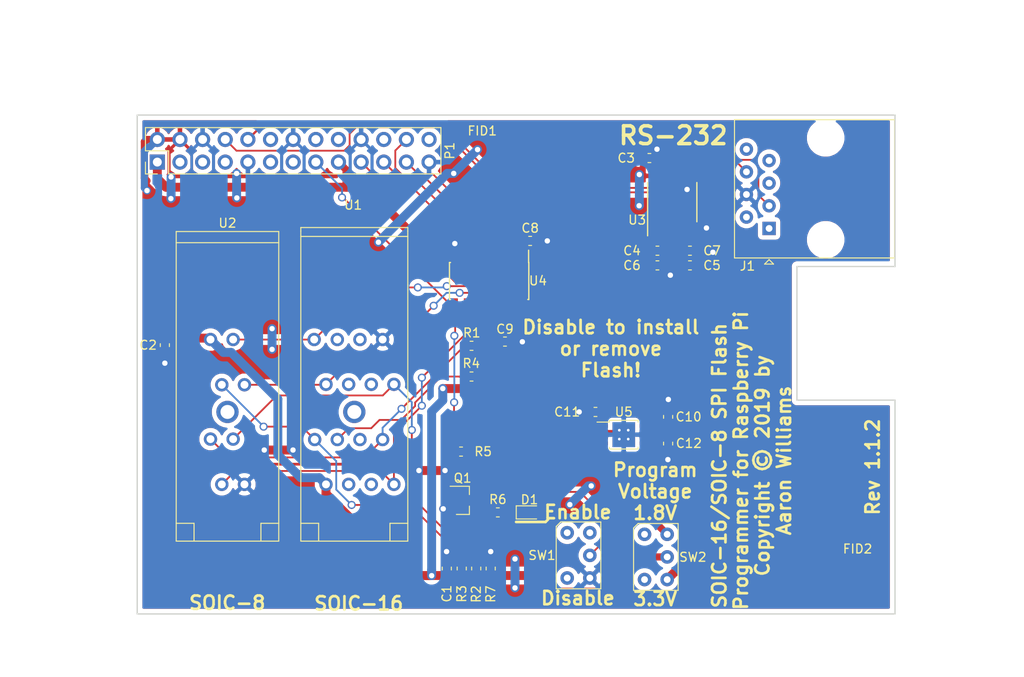
<source format=kicad_pcb>
(kicad_pcb (version 20171130) (host pcbnew 5.0.2-5.0.2)
  (title_block (title "Raspberry Pi SOIC-16 SPI Flash Programmer") (date 2019-01-25) (rev 1.1.2))
  (layers (0 F.Cu signal) (31 B.Cu signal) (35 F.Paste user) (36 B.SilkS user) (37 F.SilkS user) (38 B.Mask user) (39 F.Mask user) (44 Edge.Cuts user))
  (net 0 "")
  (net 1 +5V)
  (net 2 GND)
  (net 3 +3V3)
  (net 4 "/GPIO0(SDA)")
  (net 5 "/GPIO1(SCL)")
  (net 6 /GPIO4)
  (net 7 /TXD)
  (net 8 /RXD)
  (net 9 /GPIO17)
  (net 10 /GPIO18)
  (net 11 /GPIO21)
  (net 12 /GPIO22)
  (net 13 /GPIO23)
  (net 14 /GPIO24)
  (net 15 "/GPIO10(MOSI)")
  (net 16 "/GPIO9(MISO)")
  (net 17 /GPIO25)
  (net 18 "/GPIO11(SCLK)")
  (net 19 "/GPIO7(CE1)")
  (net 20 /FL_CS0)
  (net 21 "Net-(R2-Pad2)")
  (net 22 "Net-(R3-Pad2)")
  (net 23 "Net-(R4-Pad2)")
  (net 24 "Net-(U1-Pad4)")
  (net 25 "Net-(U1-Pad5)")
  (net 26 "Net-(U1-Pad6)")
  (net 27 "Net-(U1-Pad11)")
  (net 28 "Net-(U1-Pad12)")
  (net 29 "Net-(U1-Pad13)")
  (net 30 "Net-(U1-Pad14)")
  (net 31 "Net-(C4-Pad1)")
  (net 32 "Net-(C4-Pad2)")
  (net 33 "Net-(C5-Pad2)")
  (net 34 "Net-(C5-Pad1)")
  (net 35 "Net-(C6-Pad1)")
  (net 36 "Net-(C7-Pad1)")
  (net 37 "Net-(J1-Pad1)")
  (net 38 "Net-(J1-Pad2)")
  (net 39 "Net-(J1-Pad3)")
  (net 40 "Net-(J1-Pad5)")
  (net 41 "Net-(J1-Pad6)")
  (net 42 "Net-(J1-Pad7)")
  (net 43 "Net-(J1-Pad8)")
  (net 44 "Net-(U3-Pad7)")
  (net 45 "Net-(U3-Pad9)")
  (net 46 VPP)
  (net 47 +1V8)
  (net 48 /SCLK)
  (net 49 /MOSI)
  (net 50 /MISO)
  (net 51 "/GPIO8(CE0)")
  (net 52 "Net-(U4-Pad6)")
  (net 53 "Net-(U4-Pad9)")
  (net 54 "Net-(SW1-Pad1)")
  (net 55 "Net-(D1-Pad1)")
  (net 56 +3.3VP)
  (net 57 "Net-(U5-Pad3)")
  (net 58 "Net-(U5-Pad6)")
  (net 59 "Net-(Q1-Pad3)")
  (module Fiducial:Fiducial_Modern_CopperTop (layer F.Cu) (at 224.3 177.2)
    (fp_text reference FID2 (at 0 -3.5) (layer F.SilkS))
    (fp_text value FIDUCIAL_1MM)
    (fp_circle (center 0 0) (end 1.665 0) (layer F.Cu) (width 0.65))
  )
  (module Fiducial:Fiducial_Modern_CopperTop (layer F.Cu) (at 186.275 128.6)
    (fp_text reference FID1 (at -4.075 -1.825) (layer F.SilkS))
    (fp_text value FIDUCIAL_1MM)
    (fp_circle (center 0 0) (end 1.665 0) (layer F.Cu) (width 0.65))
  )
  (module Aaron:216-7224-55-1902 (layer F.Cu) (at 167.85 158.325 270)
    (fp_text reference U1 (at -23.225 0.125) (layer F.SilkS))
    (fp_text value MX25L25735)
    (pad 0 thru_hole circle (at 0 0 270) (size 2.5 2.5) (drill 1.57) (layers *.Cu *.Mask))
    (pad 1 thru_hole circle (at 3.1 4.445 270) (size 1.5 1.5) (drill 0.89) (layers *.Cu *.Mask) (net 22 "Net-(R3-Pad2)"))
    (pad 2 thru_hole circle (at 8.13 3.175 270) (size 1.5 1.5) (drill 0.89) (layers *.Cu *.Mask) (net 46 VPP))
    (pad 3 thru_hole circle (at 3.1 1.905 270) (size 1.5 1.5) (drill 0.89) (layers *.Cu *.Mask) (net 23 "Net-(R4-Pad2)"))
    (pad 4 thru_hole circle (at 8.13 0.635 270) (size 1.5 1.5) (drill 0.89) (layers *.Cu *.Mask) (net 24 "Net-(U1-Pad4)"))
    (pad 5 thru_hole circle (at 3.1 -0.635 270) (size 1.5 1.5) (drill 0.89) (layers *.Cu *.Mask) (net 25 "Net-(U1-Pad5)"))
    (pad 6 thru_hole circle (at 8.13 -1.905 270) (size 1.5 1.5) (drill 0.89) (layers *.Cu *.Mask) (net 26 "Net-(U1-Pad6)"))
    (pad 7 thru_hole circle (at 3.1 -3.175 270) (size 1.5 1.5) (drill 0.89) (layers *.Cu *.Mask) (net 20 /FL_CS0))
    (pad 8 thru_hole circle (at 8.13 -4.445 270) (size 1.5 1.5) (drill 0.89) (layers *.Cu *.Mask) (net 50 /MISO))
    (pad 9 thru_hole circle (at -3.1 -4.445 270) (size 1.5 1.5) (drill 0.89) (layers *.Cu *.Mask) (net 21 "Net-(R2-Pad2)"))
    (pad 10 thru_hole circle (at -8.13 -3.175 270) (size 1.5 1.5) (drill 0.89) (layers *.Cu *.Mask) (net 2 GND))
    (pad 11 thru_hole circle (at -3.1 -1.905 270) (size 1.5 1.5) (drill 0.89) (layers *.Cu *.Mask) (net 27 "Net-(U1-Pad11)"))
    (pad 12 thru_hole circle (at -8.13 -0.635 270) (size 1.5 1.5) (drill 0.89) (layers *.Cu *.Mask) (net 28 "Net-(U1-Pad12)"))
    (pad 13 thru_hole circle (at -3.1 0.635 270) (size 1.5 1.5) (drill 0.89) (layers *.Cu *.Mask) (net 29 "Net-(U1-Pad13)"))
    (pad 14 thru_hole circle (at -8.13 1.905 270) (size 1.5 1.5) (drill 0.89) (layers *.Cu *.Mask) (net 30 "Net-(U1-Pad14)"))
    (pad 15 thru_hole circle (at -3.1 3.175 270) (size 1.5 1.5) (drill 0.89) (layers *.Cu *.Mask) (net 49 /MOSI))
    (pad 16 thru_hole circle (at -8.13 4.5 270) (size 1.5 1.5) (drill 0.89) (layers *.Cu *.Mask) (net 48 /SCLK))
  )
  (module Aaron:208-7391-55-1902 (layer F.Cu) (at 153.625 158.325 270)
    (fp_text reference U2 (at -21.2 0) (layer F.SilkS))
    (fp_text value AT25SF081-SSHD-X)
    (pad 0 thru_hole circle (at 0 0 270) (size 2.5 2.5) (drill 1.57) (layers *.Cu *.Mask))
    (pad 8 thru_hole circle (at -8.13 1.905 270) (size 1.5 1.5) (drill 0.89) (layers *.Cu *.Mask) (net 46 VPP))
    (pad 6 thru_hole circle (at -8.13 -0.635 270) (size 1.5 1.5) (drill 0.89) (layers *.Cu *.Mask) (net 48 /SCLK))
    (pad 7 thru_hole circle (at -3.05 0.635 270) (size 1.5 1.5) (drill 0.89) (layers *.Cu *.Mask) (net 22 "Net-(R3-Pad2)"))
    (pad 5 thru_hole circle (at -3.05 -1.905 270) (size 1.5 1.5) (drill 0.89) (layers *.Cu *.Mask) (net 49 /MOSI))
    (pad 4 thru_hole circle (at 8.13 -1.905 270) (size 1.5 1.5) (drill 0.89) (layers *.Cu *.Mask) (net 2 GND))
    (pad 3 thru_hole circle (at 3.05 -0.635 270) (size 1.5 1.5) (drill 0.89) (layers *.Cu *.Mask) (net 21 "Net-(R2-Pad2)"))
    (pad 2 thru_hole circle (at 8.13 0.635 270) (size 1.5 1.5) (drill 0.89) (layers *.Cu *.Mask) (net 50 /MISO))
    (pad 1 thru_hole circle (at 3.05 1.905 270) (size 1.5 1.5) (drill 0.89) (layers *.Cu *.Mask) (net 20 /FL_CS0))
  )
  (module Package_TO_SOT_SMD:SOT-23 (layer F.Cu) (at 180 168.25)
    (fp_text reference Q1 (at 0 -2.5) (layer F.SilkS))
    (fp_text value BSS138)
    (pad 3 smd rect (at 1 0) (size 0.9 0.8) (layers F.Cu F.Paste F.Mask) (net 59 "Net-(Q1-Pad3)"))
    (pad 2 smd rect (at -1 0.95) (size 0.9 0.8) (layers F.Cu F.Paste F.Mask) (net 2 GND))
    (pad 1 smd rect (at -1 -0.95) (size 0.9 0.8) (layers F.Cu F.Paste F.Mask) (net 12 /GPIO22))
  )
  (module Capacitor_SMD:C_0603_1608Metric (layer F.Cu) (at 194.9 158.325 180)
    (fp_text reference C11 (at 3.175 0 180) (layer F.SilkS))
    (fp_text value 4.7uF)
    (pad 2 smd roundrect (at 0.7875 0 180) (size 0.875 0.95) (layers F.Cu F.Paste F.Mask) (net 2 GND))
    (pad 1 smd roundrect (at -0.7875 0 180) (size 0.875 0.95) (layers F.Cu F.Paste F.Mask) (net 1 +5V))
  )
  (module Package_SO:MSOP-8-1EP_3x3mm_P0.65mm_EP2.54x2.8mm_ThermalVias (layer F.Cu) (at 198.075 160.875)
    (fp_text reference U5 (at 0 -2.55) (layer F.SilkS))
    (fp_text value MIC5355-SGYMME)
    (pad 9 smd rect (at 0 0) (size 2.54 2.8) (layers B.Cu) (net 2 GND))
    (pad 9 thru_hole circle (at -0.5 -0.5) (size 0.6 0.6) (drill 0.3) (layers *.Cu *.Mask) (net 2 GND))
    (pad 9 thru_hole circle (at -0.5 0.5) (size 0.6 0.6) (drill 0.3) (layers *.Cu *.Mask) (net 2 GND))
    (pad 9 thru_hole circle (at 0.5 0.5) (size 0.6 0.6) (drill 0.3) (layers *.Cu *.Mask) (net 2 GND))
    (pad 9 thru_hole circle (at 0.5 -0.5) (size 0.6 0.6) (drill 0.3) (layers *.Cu *.Mask) (net 2 GND))
    (pad 5 smd rect (at 2.4 0.975) (size 1.26 0.4) (layers F.Cu F.Paste F.Mask) (net 12 /GPIO22))
    (pad 1 smd rect (at -2.4 -0.975) (size 1.26 0.4) (layers F.Cu F.Paste F.Mask) (net 1 +5V))
    (pad 4 smd rect (at -2.4 0.975) (size 1.26 0.4) (layers F.Cu F.Paste F.Mask) (net 12 /GPIO22))
    (pad 6 smd rect (at 2.4 0.325) (size 1.26 0.4) (layers F.Cu F.Paste F.Mask) (net 58 "Net-(U5-Pad6)"))
    (pad 2 smd rect (at -2.4 -0.325) (size 1.26 0.4) (layers F.Cu F.Paste F.Mask) (net 2 GND))
    (pad 3 smd rect (at -2.4 0.325) (size 1.26 0.4) (layers F.Cu F.Paste F.Mask) (net 57 "Net-(U5-Pad3)"))
    (pad 7 smd rect (at 2.4 -0.325) (size 1.26 0.4) (layers F.Cu F.Paste F.Mask) (net 47 +1V8))
    (pad 9 smd rect (at 0 0) (size 2.54 2.8) (layers F.Cu F.Mask) (net 2 GND))
    (pad 8 smd rect (at 2.4 -0.975) (size 1.26 0.4) (layers F.Cu F.Paste F.Mask) (net 56 +3.3VP))
  )
  (module Resistor_SMD:R_0603_1608Metric (layer F.Cu) (at 183.15 175.9 90)
    (fp_text reference R7 (at -2.875 0 90) (layer F.SilkS))
    (fp_text value 4.75K)
    (pad 2 smd roundrect (at 0.7875 0 90) (size 0.875 0.95) (layers F.Cu F.Paste F.Mask) (net 2 GND))
    (pad 1 smd roundrect (at -0.7875 0 90) (size 0.875 0.95) (layers F.Cu F.Paste F.Mask) (net 46 VPP))
  )
  (module LED_SMD:LED_0603_1608Metric (layer F.Cu) (at 187.5 169.6)
    (fp_text reference D1 (at 0 -1.43) (layer F.SilkS))
    (fp_text value LED)
    (pad 2 smd roundrect (at 0.7875 0) (size 0.875 0.95) (layers F.Cu F.Paste F.Mask) (net 1 +5V))
    (pad 1 smd roundrect (at -0.7875 0) (size 0.875 0.95) (layers F.Cu F.Paste F.Mask) (net 55 "Net-(D1-Pad1)"))
  )
  (module Resistor_SMD:R_0603_1608Metric (layer F.Cu) (at 183.95 169.6 180)
    (fp_text reference R6 (at 0 1.45 180) (layer F.SilkS))
    (fp_text value 560)
    (pad 2 smd roundrect (at 0.7875 0 180) (size 0.875 0.95) (layers F.Cu F.Paste F.Mask) (net 59 "Net-(Q1-Pad3)"))
    (pad 1 smd roundrect (at -0.7875 0 180) (size 0.875 0.95) (layers F.Cu F.Paste F.Mask) (net 55 "Net-(D1-Pad1)"))
  )
  (module Capacitor_SMD:C_0603_1608Metric (layer F.Cu) (at 203.05 161.875 270)
    (fp_text reference C12 (at -0.025 -2.325) (layer F.SilkS))
    (fp_text value 4.7uF)
    (pad 2 smd roundrect (at 0.7875 0 270) (size 0.875 0.95) (layers F.Cu F.Paste F.Mask) (net 2 GND))
    (pad 1 smd roundrect (at -0.7875 0 270) (size 0.875 0.95) (layers F.Cu F.Paste F.Mask) (net 47 +1V8))
  )
  (module Aaron:SW_STDP_CF-LD-1DC (layer F.Cu) (at 201.675 174.6)
    (fp_text reference SW2 (at 4.15 0.025) (layer F.SilkS))
    (fp_text value SW_SPDT)
    (pad 0 thru_hole circle (at -1.27 -2.54) (size 1.524 1.524) (drill 0.762) (layers *.Cu *.Mask))
    (pad 0 thru_hole circle (at -1.27 2.54) (size 1.524 1.524) (drill 0.762) (layers *.Cu *.Mask))
    (pad 3 thru_hole circle (at 1.27 2.54) (size 1.524 1.524) (drill 0.762) (layers *.Cu *.Mask) (net 56 +3.3VP))
    (pad 2 thru_hole circle (at 1.27 0) (size 1.524 1.524) (drill 0.762) (layers *.Cu *.Mask) (net 46 VPP))
    (pad 1 thru_hole circle (at 1.27 -2.54) (size 1.524 1.524) (drill 0.762) (layers *.Cu *.Mask) (net 47 +1V8))
  )
  (module Aaron:SW_STDP_CF-LD-1DC (layer F.Cu) (at 193 174.425)
    (fp_text reference SW1 (at -4.1 0) (layer F.SilkS))
    (fp_text value SW_SPDT)
    (pad 0 thru_hole circle (at -1.27 -2.54) (size 1.524 1.524) (drill 0.762) (layers *.Cu *.Mask))
    (pad 0 thru_hole circle (at -1.27 2.54) (size 1.524 1.524) (drill 0.762) (layers *.Cu *.Mask))
    (pad 3 thru_hole circle (at 1.27 2.54) (size 1.524 1.524) (drill 0.762) (layers *.Cu *.Mask) (net 2 GND))
    (pad 2 thru_hole circle (at 1.27 0) (size 1.524 1.524) (drill 0.762) (layers *.Cu *.Mask) (net 12 /GPIO22))
    (pad 1 thru_hole circle (at 1.27 -2.54) (size 1.524 1.524) (drill 0.762) (layers *.Cu *.Mask) (net 54 "Net-(SW1-Pad1)"))
  )
  (module Capacitor_SMD:C_0603_1608Metric (layer F.Cu) (at 203.05 158.875 90)
    (fp_text reference C10 (at 0 2.3 180) (layer F.SilkS))
    (fp_text value 4.7uF)
    (pad 2 smd roundrect (at 0.7875 0 90) (size 0.875 0.95) (layers F.Cu F.Paste F.Mask) (net 2 GND))
    (pad 1 smd roundrect (at -0.7875 0 90) (size 0.875 0.95) (layers F.Cu F.Paste F.Mask) (net 56 +3.3VP))
  )
  (module Capacitor_SMD:C_0603_1608Metric (layer F.Cu) (at 184.75 150.425)
    (fp_text reference C9 (at 0 -1.4) (layer F.SilkS))
    (fp_text value 0.1uF)
    (pad 2 smd roundrect (at 0.7875 0) (size 0.875 0.95) (layers F.Cu F.Paste F.Mask) (net 2 GND))
    (pad 1 smd roundrect (at -0.7875 0) (size 0.875 0.95) (layers F.Cu F.Paste F.Mask) (net 46 VPP))
  )
  (module Capacitor_SMD:C_0603_1608Metric (layer F.Cu) (at 187.575 139.125)
    (fp_text reference C8 (at 0 -1.43) (layer F.SilkS))
    (fp_text value 0.1uF)
    (pad 2 smd roundrect (at 0.7875 0) (size 0.875 0.95) (layers F.Cu F.Paste F.Mask) (net 2 GND))
    (pad 1 smd roundrect (at -0.7875 0) (size 0.875 0.95) (layers F.Cu F.Paste F.Mask) (net 3 +3V3))
  )
  (module Package_SO:SOIC-14_3.9x8.7mm_P1.27mm (layer F.Cu) (at 182.975 143.625 270)
    (fp_text reference U4 (at -0.025 -5.475) (layer F.SilkS))
    (fp_text value TXB0104D)
    (pad 14 smd rect (at 2.7 -3.81 270) (size 1.5 0.6) (layers F.Cu F.Paste F.Mask) (net 46 VPP))
    (pad 13 smd rect (at 2.7 -2.54 270) (size 1.5 0.6) (layers F.Cu F.Paste F.Mask) (net 48 /SCLK))
    (pad 12 smd rect (at 2.7 -1.27 270) (size 1.5 0.6) (layers F.Cu F.Paste F.Mask) (net 20 /FL_CS0))
    (pad 11 smd rect (at 2.7 0 270) (size 1.5 0.6) (layers F.Cu F.Paste F.Mask) (net 49 /MOSI))
    (pad 10 smd rect (at 2.7 1.27 270) (size 1.5 0.6) (layers F.Cu F.Paste F.Mask) (net 50 /MISO))
    (pad 9 smd rect (at 2.7 2.54 270) (size 1.5 0.6) (layers F.Cu F.Paste F.Mask) (net 53 "Net-(U4-Pad9)"))
    (pad 8 smd rect (at 2.7 3.81 270) (size 1.5 0.6) (layers F.Cu F.Paste F.Mask) (net 12 /GPIO22))
    (pad 7 smd rect (at -2.7 3.81 270) (size 1.5 0.6) (layers F.Cu F.Paste F.Mask) (net 2 GND))
    (pad 6 smd rect (at -2.7 2.54 270) (size 1.5 0.6) (layers F.Cu F.Paste F.Mask) (net 52 "Net-(U4-Pad6)"))
    (pad 5 smd rect (at -2.7 1.27 270) (size 1.5 0.6) (layers F.Cu F.Paste F.Mask) (net 15 "/GPIO10(MOSI)"))
    (pad 4 smd rect (at -2.7 0 270) (size 1.5 0.6) (layers F.Cu F.Paste F.Mask) (net 16 "/GPIO9(MISO)"))
    (pad 3 smd rect (at -2.7 -1.27 270) (size 1.5 0.6) (layers F.Cu F.Paste F.Mask) (net 51 "/GPIO8(CE0)"))
    (pad 2 smd rect (at -2.7 -2.54 270) (size 1.5 0.6) (layers F.Cu F.Paste F.Mask) (net 18 "/GPIO11(SCLK)"))
    (pad 1 smd rect (at -2.7 -3.81 270) (size 1.5 0.6) (layers F.Cu F.Paste F.Mask) (net 3 +3V3))
  )
  (module Resistor_SMD:R_0603_1608Metric (layer F.Cu) (at 179.825 162.775 180)
    (fp_text reference R5 (at -2.475 0) (layer F.SilkS))
    (fp_text value 4.75K)
    (pad 2 smd roundrect (at 0.7875 0 180) (size 0.875 0.95) (layers F.Cu F.Paste F.Mask) (net 12 /GPIO22))
    (pad 1 smd roundrect (at -0.7875 0 180) (size 0.875 0.95) (layers F.Cu F.Paste F.Mask) (net 3 +3V3))
  )
  (module Capacitor_SMD:C_0603_1608Metric (layer F.Cu) (at 205.5 140.225)
    (fp_text reference C7 (at 2.475 0) (layer F.SilkS))
    (fp_text value 0.1uF)
    (pad 2 smd roundrect (at 0.7875 0) (size 0.875 0.95) (layers F.Cu F.Paste F.Mask) (net 2 GND))
    (pad 1 smd roundrect (at -0.7875 0) (size 0.875 0.95) (layers F.Cu F.Paste F.Mask) (net 36 "Net-(C7-Pad1)"))
  )
  (module Capacitor_SMD:C_0603_1608Metric (layer F.Cu) (at 201.85 141.875)
    (fp_text reference C6 (at -2.85 0) (layer F.SilkS))
    (fp_text value 0.1uF)
    (pad 2 smd roundrect (at 0.7875 0) (size 0.875 0.95) (layers F.Cu F.Paste F.Mask) (net 2 GND))
    (pad 1 smd roundrect (at -0.7875 0) (size 0.875 0.95) (layers F.Cu F.Paste F.Mask) (net 35 "Net-(C6-Pad1)"))
  )
  (module Capacitor_SMD:C_0603_1608Metric (layer F.Cu) (at 205.5 141.875)
    (fp_text reference C5 (at 2.475 0) (layer F.SilkS))
    (fp_text value 0.1uF)
    (pad 2 smd roundrect (at 0.7875 0) (size 0.875 0.95) (layers F.Cu F.Paste F.Mask) (net 33 "Net-(C5-Pad2)"))
    (pad 1 smd roundrect (at -0.7875 0) (size 0.875 0.95) (layers F.Cu F.Paste F.Mask) (net 34 "Net-(C5-Pad1)"))
  )
  (module Capacitor_SMD:C_0603_1608Metric (layer F.Cu) (at 201.85 140.225)
    (fp_text reference C4 (at -2.85 0) (layer F.SilkS))
    (fp_text value 0.1uF)
    (pad 2 smd roundrect (at 0.7875 0) (size 0.875 0.95) (layers F.Cu F.Paste F.Mask) (net 32 "Net-(C4-Pad2)"))
    (pad 1 smd roundrect (at -0.7875 0) (size 0.875 0.95) (layers F.Cu F.Paste F.Mask) (net 31 "Net-(C4-Pad1)"))
  )
  (module Capacitor_SMD:C_0603_1608Metric (layer F.Cu) (at 200.95 129.825)
    (fp_text reference C3 (at -2.6 0) (layer F.SilkS))
    (fp_text value 0.1uF)
    (pad 2 smd roundrect (at 0.7875 0) (size 0.875 0.95) (layers F.Cu F.Paste F.Mask) (net 2 GND))
    (pad 1 smd roundrect (at -0.7875 0) (size 0.875 0.95) (layers F.Cu F.Paste F.Mask) (net 1 +5V))
  )
  (module Capacitor_SMD:C_0603_1608Metric (layer F.Cu) (at 178.225 175.9 90)
    (fp_text reference C1 (at -2.825 0 90) (layer F.SilkS))
    (fp_text value 0.1uF)
    (pad 2 smd roundrect (at 0.7875 0 90) (size 0.875 0.95) (layers F.Cu F.Paste F.Mask) (net 2 GND))
    (pad 1 smd roundrect (at -0.7875 0 90) (size 0.875 0.95) (layers F.Cu F.Paste F.Mask) (net 46 VPP))
  )
  (module Package_SO:TSSOP-16_4.4x5mm_P0.65mm (layer F.Cu) (at 203.55 134.775 90)
    (fp_text reference U3 (at -2 -3.975) (layer F.SilkS))
    (fp_text value MAX3232)
    (pad 16 smd rect (at 2.95 -2.275 90) (size 1.5 0.45) (layers F.Cu F.Paste F.Mask) (net 1 +5V))
    (pad 15 smd rect (at 2.95 -1.625 90) (size 1.5 0.45) (layers F.Cu F.Paste F.Mask) (net 2 GND))
    (pad 14 smd rect (at 2.95 -0.975 90) (size 1.5 0.45) (layers F.Cu F.Paste F.Mask) (net 39 "Net-(J1-Pad3)"))
    (pad 13 smd rect (at 2.95 -0.325 90) (size 1.5 0.45) (layers F.Cu F.Paste F.Mask) (net 41 "Net-(J1-Pad6)"))
    (pad 12 smd rect (at 2.95 0.325 90) (size 1.5 0.45) (layers F.Cu F.Paste F.Mask) (net 8 /RXD))
    (pad 11 smd rect (at 2.95 0.975 90) (size 1.5 0.45) (layers F.Cu F.Paste F.Mask) (net 7 /TXD))
    (pad 10 smd rect (at 2.95 1.625 90) (size 1.5 0.45) (layers F.Cu F.Paste F.Mask) (net 2 GND))
    (pad 9 smd rect (at 2.95 2.275 90) (size 1.5 0.45) (layers F.Cu F.Paste F.Mask) (net 45 "Net-(U3-Pad9)"))
    (pad 8 smd rect (at -2.95 2.275 90) (size 1.5 0.45) (layers F.Cu F.Paste F.Mask) (net 2 GND))
    (pad 7 smd rect (at -2.95 1.625 90) (size 1.5 0.45) (layers F.Cu F.Paste F.Mask) (net 44 "Net-(U3-Pad7)"))
    (pad 6 smd rect (at -2.95 0.975 90) (size 1.5 0.45) (layers F.Cu F.Paste F.Mask) (net 36 "Net-(C7-Pad1)"))
    (pad 5 smd rect (at -2.95 0.325 90) (size 1.5 0.45) (layers F.Cu F.Paste F.Mask) (net 33 "Net-(C5-Pad2)"))
    (pad 4 smd rect (at -2.95 -0.325 90) (size 1.5 0.45) (layers F.Cu F.Paste F.Mask) (net 34 "Net-(C5-Pad1)"))
    (pad 3 smd rect (at -2.95 -0.975 90) (size 1.5 0.45) (layers F.Cu F.Paste F.Mask) (net 32 "Net-(C4-Pad2)"))
    (pad 2 smd rect (at -2.95 -1.625 90) (size 1.5 0.45) (layers F.Cu F.Paste F.Mask) (net 35 "Net-(C6-Pad1)"))
    (pad 1 smd rect (at -2.95 -2.275 90) (size 1.5 0.45) (layers F.Cu F.Paste F.Mask) (net 31 "Net-(C4-Pad1)"))
  )
  (module Connector_RJ:RJ45_Amphenol_54602-x08_Horizontal (layer F.Cu) (at 214.375 137.725 90)
    (fp_text reference J1 (at -4.225 -2.425 180) (layer F.SilkS))
    (fp_text value RJ45)
    (pad 8 thru_hole circle (at 8.89 -2.54 90) (size 1.5 1.5) (drill 0.76) (layers *.Cu *.Mask) (net 43 "Net-(J1-Pad8)"))
    (pad 7 thru_hole circle (at 7.62 0 90) (size 1.5 1.5) (drill 0.76) (layers *.Cu *.Mask) (net 42 "Net-(J1-Pad7)"))
    (pad 6 thru_hole circle (at 6.35 -2.54 90) (size 1.5 1.5) (drill 0.76) (layers *.Cu *.Mask) (net 41 "Net-(J1-Pad6)"))
    (pad 5 thru_hole circle (at 5.08 0 90) (size 1.5 1.5) (drill 0.76) (layers *.Cu *.Mask) (net 40 "Net-(J1-Pad5)"))
    (pad 4 thru_hole circle (at 3.81 -2.54 90) (size 1.5 1.5) (drill 0.76) (layers *.Cu *.Mask) (net 2 GND))
    (pad 3 thru_hole circle (at 2.54 0 90) (size 1.5 1.5) (drill 0.76) (layers *.Cu *.Mask) (net 39 "Net-(J1-Pad3)"))
    (pad 2 thru_hole circle (at 1.27 -2.54 90) (size 1.5 1.5) (drill 0.76) (layers *.Cu *.Mask) (net 38 "Net-(J1-Pad2)"))
    (pad 1 thru_hole rect (at 0 0 90) (size 1.5 1.5) (drill 0.76) (layers *.Cu *.Mask) (net 37 "Net-(J1-Pad1)"))
    (pad "" np_thru_hole circle (at -1.27 6.35 90) (size 3.2 3.2) (drill 3.2) (layers *.Cu *.Mask))
    (pad "" np_thru_hole circle (at 10.16 6.35 90) (size 3.2 3.2) (drill 3.2) (layers *.Cu *.Mask))
  )
  (module Capacitor_SMD:C_0603_1608Metric (layer F.Cu) (at 146.6 150.825 270)
    (fp_text reference C2 (at 0 1.875) (layer F.SilkS))
    (fp_text value 0.1uF)
    (pad 2 smd roundrect (at 0.7875 0 270) (size 0.875 0.95) (layers F.Cu F.Paste F.Mask) (net 2 GND))
    (pad 1 smd roundrect (at -0.7875 0 270) (size 0.875 0.95) (layers F.Cu F.Paste F.Mask) (net 46 VPP))
  )
  (module Resistor_SMD:R_0603_1608Metric (layer F.Cu) (at 181 154.35 180)
    (fp_text reference R4 (at 0.025 1.475 180) (layer F.SilkS))
    (fp_text value 4.75K)
    (pad 2 smd roundrect (at 0.7875 0 180) (size 0.875 0.95) (layers F.Cu F.Paste F.Mask) (net 23 "Net-(R4-Pad2)"))
    (pad 1 smd roundrect (at -0.7875 0 180) (size 0.875 0.95) (layers F.Cu F.Paste F.Mask) (net 46 VPP))
  )
  (module Resistor_SMD:R_0603_1608Metric (layer F.Cu) (at 179.9 175.9 90)
    (fp_text reference R3 (at -2.85 0 90) (layer F.SilkS))
    (fp_text value 4.75K)
    (pad 2 smd roundrect (at 0.7875 0 90) (size 0.875 0.95) (layers F.Cu F.Paste F.Mask) (net 22 "Net-(R3-Pad2)"))
    (pad 1 smd roundrect (at -0.7875 0 90) (size 0.875 0.95) (layers F.Cu F.Paste F.Mask) (net 46 VPP))
  )
  (module Resistor_SMD:R_0603_1608Metric (layer F.Cu) (at 181.525 175.9 90)
    (fp_text reference R2 (at -2.875 0 90) (layer F.SilkS))
    (fp_text value 4.75K)
    (pad 2 smd roundrect (at 0.7875 0 90) (size 0.875 0.95) (layers F.Cu F.Paste F.Mask) (net 21 "Net-(R2-Pad2)"))
    (pad 1 smd roundrect (at -0.7875 0 90) (size 0.875 0.95) (layers F.Cu F.Paste F.Mask) (net 46 VPP))
  )
  (module Resistor_SMD:R_0603_1608Metric (layer F.Cu) (at 181 150.9 180)
    (fp_text reference R1 (at -0.025 1.45 180) (layer F.SilkS))
    (fp_text value 4.75K)
    (pad 2 smd roundrect (at 0.7875 0 180) (size 0.875 0.95) (layers F.Cu F.Paste F.Mask) (net 20 /FL_CS0))
    (pad 1 smd roundrect (at -0.7875 0 180) (size 0.875 0.95) (layers F.Cu F.Paste F.Mask) (net 46 VPP))
  )
  (module Connector_PinHeader_2.54mm:PinHeader_2x13_P2.54mm_Vertical (layer F.Cu) (at 145.75536 130.27914 90)
    (fp_text reference P1 (at 1.27 32.80664 270) (layer F.SilkS))
    (fp_text value CONN_13X2)
    (pad 26 thru_hole oval (at 2.54 30.48 90) (size 1.7 1.7) (drill 1) (layers *.Cu *.Mask) (net 19 "/GPIO7(CE1)"))
    (pad 25 thru_hole oval (at 0 30.48 90) (size 1.7 1.7) (drill 1) (layers *.Cu *.Mask) (net 2 GND))
    (pad 24 thru_hole oval (at 2.54 27.94 90) (size 1.7 1.7) (drill 1) (layers *.Cu *.Mask) (net 51 "/GPIO8(CE0)"))
    (pad 23 thru_hole oval (at 0 27.94 90) (size 1.7 1.7) (drill 1) (layers *.Cu *.Mask) (net 18 "/GPIO11(SCLK)"))
    (pad 22 thru_hole oval (at 2.54 25.4 90) (size 1.7 1.7) (drill 1) (layers *.Cu *.Mask) (net 17 /GPIO25))
    (pad 21 thru_hole oval (at 0 25.4 90) (size 1.7 1.7) (drill 1) (layers *.Cu *.Mask) (net 16 "/GPIO9(MISO)"))
    (pad 20 thru_hole oval (at 2.54 22.86 90) (size 1.7 1.7) (drill 1) (layers *.Cu *.Mask) (net 2 GND))
    (pad 19 thru_hole oval (at 0 22.86 90) (size 1.7 1.7) (drill 1) (layers *.Cu *.Mask) (net 15 "/GPIO10(MOSI)"))
    (pad 18 thru_hole oval (at 2.54 20.32 90) (size 1.7 1.7) (drill 1) (layers *.Cu *.Mask) (net 14 /GPIO24))
    (pad 17 thru_hole oval (at 0 20.32 90) (size 1.7 1.7) (drill 1) (layers *.Cu *.Mask) (net 3 +3V3))
    (pad 16 thru_hole oval (at 2.54 17.78 90) (size 1.7 1.7) (drill 1) (layers *.Cu *.Mask) (net 13 /GPIO23))
    (pad 15 thru_hole oval (at 0 17.78 90) (size 1.7 1.7) (drill 1) (layers *.Cu *.Mask) (net 12 /GPIO22))
    (pad 14 thru_hole oval (at 2.54 15.24 90) (size 1.7 1.7) (drill 1) (layers *.Cu *.Mask) (net 2 GND))
    (pad 13 thru_hole oval (at 0 15.24 90) (size 1.7 1.7) (drill 1) (layers *.Cu *.Mask) (net 11 /GPIO21))
    (pad 12 thru_hole oval (at 2.54 12.7 90) (size 1.7 1.7) (drill 1) (layers *.Cu *.Mask) (net 10 /GPIO18))
    (pad 11 thru_hole oval (at 0 12.7 90) (size 1.7 1.7) (drill 1) (layers *.Cu *.Mask) (net 9 /GPIO17))
    (pad 10 thru_hole oval (at 2.54 10.16 90) (size 1.7 1.7) (drill 1) (layers *.Cu *.Mask) (net 8 /RXD))
    (pad 9 thru_hole oval (at 0 10.16 90) (size 1.7 1.7) (drill 1) (layers *.Cu *.Mask) (net 2 GND))
    (pad 8 thru_hole oval (at 2.54 7.62 90) (size 1.7 1.7) (drill 1) (layers *.Cu *.Mask) (net 7 /TXD))
    (pad 7 thru_hole oval (at 0 7.62 90) (size 1.7 1.7) (drill 1) (layers *.Cu *.Mask) (net 6 /GPIO4))
    (pad 6 thru_hole oval (at 2.54 5.08 90) (size 1.7 1.7) (drill 1) (layers *.Cu *.Mask) (net 2 GND))
    (pad 5 thru_hole oval (at 0 5.08 90) (size 1.7 1.7) (drill 1) (layers *.Cu *.Mask) (net 5 "/GPIO1(SCL)"))
    (pad 4 thru_hole oval (at 2.54 2.54 90) (size 1.7 1.7) (drill 1) (layers *.Cu *.Mask) (net 1 +5V))
    (pad 3 thru_hole oval (at 0 2.54 90) (size 1.7 1.7) (drill 1) (layers *.Cu *.Mask) (net 4 "/GPIO0(SDA)"))
    (pad 2 thru_hole oval (at 2.54 0 90) (size 1.7 1.7) (drill 1) (layers *.Cu *.Mask) (net 1 +5V))
    (pad 1 thru_hole rect (at 0 0 90) (size 1.7 1.7) (drill 1) (layers *.Cu *.Mask) (net 3 +3V3))
  )
  (gr_text "Rev 1.1.2" (at 226 164.5 90) (layer F.SilkS) (effects (font (size 1.5 1.5) (thickness 0.3))))
  (gr_line (start 189.3 170.675) (end 189.575 170.4) (layer F.SilkS) (width 0.3))
  (gr_line (start 186 170.675) (end 189.3 170.675) (layer F.SilkS) (width 0.3))
  (gr_text "Disable to install\nor remove\nFlash!" (at 196.625 151.225) (layer F.SilkS) (effects (font (size 1.5 1.5) (thickness 0.3))))
  (gr_text "Program\nVoltage\n1.8V\n\n\n\n3.3V" (at 201.6 172.075) (layer F.SilkS) (effects (font (size 1.5 1.5) (thickness 0.3))))
  (gr_text "Enable\n\n\n\nDisable" (at 192.925 174.4) (layer F.SilkS) (effects (font (size 1.5 1.5) (thickness 0.3))))
  (gr_text RS-232 (at 203.625 127.3) (layer F.SilkS) (effects (font (size 2 2) (thickness 0.4))))
  (gr_text SOIC-8 (at 153.6 179.75) (layer F.SilkS) (effects (font (size 1.5 1.5) (thickness 0.3))))
  (gr_text SOIC-16 (at 168.35 179.825) (layer F.SilkS) (effects (font (size 1.5 1.5) (thickness 0.3))))
  (gr_text "SOIC-16/SOIC-8 SPI Flash \nProgrammer for Raspberry Pi\nCopyright © 2019 by \nAaron Williams" (at 212.425 163.775 90) (layer F.SilkS) (effects (font (size 1.5 1.5) (thickness 0.3))))
  (gr_line (start 228.5 142) (end 228.5 125) (angle 90) (layer Edge.Cuts) (width 0.15))
  (gr_line (start 217.5 142) (end 228.5 142) (angle 90) (layer Edge.Cuts) (width 0.15))
  (gr_line (start 217.5 157) (end 217.5 142) (angle 90) (layer Edge.Cuts) (width 0.15))
  (gr_line (start 228.5 157) (end 217.5 157) (angle 90) (layer Edge.Cuts) (width 0.15))
  (gr_line (start 228.5 181) (end 228.5 157) (angle 90) (layer Edge.Cuts) (width 0.15))
  (gr_line (start 228.5 125) (end 143.5 125) (angle 90) (layer Edge.Cuts) (width 0.15))
  (gr_line (start 143.5 181) (end 228.5 181) (angle 90) (layer Edge.Cuts) (width 0.15))
  (gr_line (start 143.5 125) (end 143.5 181) (angle 90) (layer Edge.Cuts) (width 0.15))
  (segment (start 145.75536 127.73914) (end 144.553279 127.73914) (width 0.8) (layer F.Cu) (net 1))
  (segment (start 144.305359 127.98706) (end 144.305359 132.080359) (width 0.8) (layer F.Cu) (net 1))
  (segment (start 144.553279 127.73914) (end 144.305359 127.98706) (width 0.8) (layer F.Cu) (net 1))
  (segment (start 144.305359 132.080359) (end 144.6 132.375) (width 0.8) (layer F.Cu) (net 1))
  (segment (start 201.275 130.9375) (end 200.1625 129.825) (width 0.4) (layer F.Cu) (net 1))
  (segment (start 201.275 131.825) (end 201.275 130.9375) (width 0.4) (layer F.Cu) (net 1))
  (via (at 199.825 131.675) (size 0.9) (drill 0.6) (layers F.Cu B.Cu) (net 1))
  (via (at 199.8 135.175) (size 0.9) (drill 0.6) (layers F.Cu B.Cu) (net 1))
  (segment (start 199.825 131.675) (end 199.825 135.15) (width 1) (layer B.Cu) (net 1))
  (segment (start 199.825 135.15) (end 199.8 135.175) (width 1) (layer B.Cu) (net 1))
  (via (at 179 131.55) (size 0.9) (drill 0.6) (layers F.Cu B.Cu) (net 1))
  (via (at 181.675 128.875) (size 0.9) (drill 0.6) (layers F.Cu B.Cu) (net 1))
  (segment (start 179 131.55) (end 181.675 128.875) (width 1) (layer B.Cu) (net 1))
  (via (at 170.554063 139.274738) (size 0.9) (drill 0.6) (layers F.Cu B.Cu) (net 1))
  (segment (start 179 131.55) (end 178.278801 131.55) (width 1) (layer B.Cu) (net 1))
  (segment (start 171.004062 138.824739) (end 170.554063 139.274738) (width 1) (layer B.Cu) (net 1))
  (segment (start 178.278801 131.55) (end 171.004062 138.824739) (width 1) (layer B.Cu) (net 1))
  (segment (start 144.905361 128.589139) (end 144.760861 128.589139) (width 0.8) (layer B.Cu) (net 1))
  (segment (start 145.75536 127.73914) (end 144.905361 128.589139) (width 0.8) (layer B.Cu) (net 1))
  (via (at 144.6 133.475) (size 0.9) (drill 0.6) (layers F.Cu B.Cu) (net 1))
  (segment (start 144.305359 133.180359) (end 144.6 133.475) (width 0.8) (layer B.Cu) (net 1))
  (segment (start 144.760861 128.589139) (end 144.305359 129.044641) (width 0.8) (layer B.Cu) (net 1))
  (segment (start 144.305359 129.044641) (end 144.305359 133.180359) (width 0.8) (layer B.Cu) (net 1))
  (via (at 147.3 131.95) (size 0.9) (drill 0.6) (layers F.Cu B.Cu) (net 1))
  (segment (start 147.070359 131.720359) (end 147.3 131.95) (width 0.35) (layer F.Cu) (net 1))
  (segment (start 148.29536 127.73914) (end 147.070359 128.964141) (width 0.35) (layer F.Cu) (net 1))
  (segment (start 147.070359 128.964141) (end 147.070359 131.720359) (width 0.35) (layer F.Cu) (net 1))
  (via (at 147.275 134.375) (size 0.9) (drill 0.6) (layers F.Cu B.Cu) (net 1))
  (segment (start 147.3 131.95) (end 147.3 134.35) (width 1) (layer B.Cu) (net 1))
  (segment (start 147.3 134.35) (end 147.275 134.375) (width 1) (layer B.Cu) (net 1))
  (segment (start 148.29536 127.73914) (end 149.610359 129.054139) (width 0.35) (layer F.Cu) (net 1))
  (segment (start 149.610359 129.054139) (end 149.625 131.725) (width 0.3) (layer F.Cu) (net 1))
  (via (at 154.65 131.55) (size 0.9) (drill 0.6) (layers F.Cu B.Cu) (net 1))
  (via (at 154.675 134.3) (size 0.9) (drill 0.6) (layers F.Cu B.Cu) (net 1))
  (segment (start 154.65 131.55) (end 154.65 134.275) (width 1) (layer B.Cu) (net 1))
  (segment (start 154.65 134.275) (end 154.675 134.3) (width 1) (layer B.Cu) (net 1))
  (via (at 194.425 166.625) (size 0.9) (drill 0.6) (layers F.Cu B.Cu) (net 1))
  (via (at 192.025 168.725) (size 0.9) (drill 0.6) (layers F.Cu B.Cu) (net 1))
  (segment (start 194.425 166.625) (end 194.125 166.625) (width 1) (layer B.Cu) (net 1))
  (segment (start 194.125 166.625) (end 192.025 168.725) (width 1) (layer B.Cu) (net 1))
  (via (at 185.875 174.825) (size 0.9) (drill 0.6) (layers F.Cu B.Cu) (net 1))
  (via (at 185.875 178.075) (size 0.9) (drill 0.6) (layers F.Cu B.Cu) (net 1))
  (segment (start 185.875 174.825) (end 185.875 178.075) (width 1) (layer B.Cu) (net 1))
  (via (at 158.624998 148.975) (size 0.9) (drill 0.6) (layers F.Cu B.Cu) (net 1))
  (via (at 158.625 151.3) (size 0.9) (drill 0.6) (layers F.Cu B.Cu) (net 1))
  (segment (start 158.624998 151.299998) (end 158.625 151.3) (width 1) (layer B.Cu) (net 1))
  (segment (start 158.624998 148.975) (end 158.624998 151.299998) (width 1) (layer B.Cu) (net 1))
  (segment (start 201.925 130.05) (end 201.7 129.825) (width 0.25) (layer F.Cu) (net 2))
  (segment (start 201.925 131.825) (end 201.925 130.05) (width 0.25) (layer F.Cu) (net 2))
  (via (at 201.79999 128.832071) (size 0.9) (drill 0.6) (layers F.Cu B.Cu) (net 2))
  (segment (start 201.7 129.825) (end 201.7 128.932061) (width 0.25) (layer F.Cu) (net 2))
  (segment (start 201.7 128.932061) (end 201.79999 128.832071) (width 0.25) (layer F.Cu) (net 2))
  (via (at 207.35 137.675) (size 0.9) (drill 0.6) (layers F.Cu B.Cu) (net 2))
  (segment (start 205.825 137.725) (end 207.3 137.725) (width 0.25) (layer F.Cu) (net 2))
  (segment (start 207.3 137.725) (end 207.35 137.675) (width 0.25) (layer F.Cu) (net 2))
  (segment (start 205.9 137.8) (end 205.825 137.725) (width 0.25) (layer F.Cu) (net 2))
  (segment (start 202.6 141.875) (end 202.6 142.275) (width 0.2) (layer F.Cu) (net 2))
  (via (at 203.3 142.975) (size 0.9) (drill 0.6) (layers F.Cu B.Cu) (net 2))
  (segment (start 202.6 142.275) (end 203.3 142.975) (width 0.2) (layer F.Cu) (net 2))
  (segment (start 205.825 139.7625) (end 206.2875 140.225) (width 0.2) (layer F.Cu) (net 2))
  (segment (start 205.825 137.725) (end 205.825 139.7625) (width 0.2) (layer F.Cu) (net 2))
  (via (at 203.075 156.925) (size 0.9) (drill 0.6) (layers F.Cu B.Cu) (net 2))
  (segment (start 203.05 158.0875) (end 203.05 156.95) (width 0.5) (layer F.Cu) (net 2))
  (segment (start 203.05 156.95) (end 203.075 156.925) (width 0.5) (layer F.Cu) (net 2))
  (segment (start 197.75 160.55) (end 198.075 160.875) (width 0.4) (layer F.Cu) (net 2))
  (segment (start 195.675 160.55) (end 197.75 160.55) (width 0.4) (layer F.Cu) (net 2))
  (via (at 203.025 163.675) (size 0.9) (drill 0.6) (layers F.Cu B.Cu) (net 2))
  (segment (start 203.05 162.6625) (end 203.05 163.65) (width 0.5) (layer F.Cu) (net 2))
  (segment (start 203.05 163.65) (end 203.025 163.675) (width 0.5) (layer F.Cu) (net 2))
  (segment (start 206.4625 140.4) (end 206.2875 140.225) (width 0.5) (layer F.Cu) (net 2))
  (segment (start 194.1125 158.325) (end 193.075 158.325) (width 0.5) (layer F.Cu) (net 2))
  (segment (start 208.075 140.4) (end 208.075 140.4) (width 0.5) (layer F.Cu) (net 2))
  (via (at 193.075 158.325) (size 0.9) (drill 0.6) (layers F.Cu B.Cu) (net 2))
  (segment (start 194.645 160.55) (end 194.1125 160.0175) (width 0.4) (layer F.Cu) (net 2))
  (segment (start 194.1125 160.0175) (end 194.1125 158.325) (width 0.4) (layer F.Cu) (net 2))
  (segment (start 195.675 160.55) (end 194.645 160.55) (width 0.4) (layer F.Cu) (net 2))
  (via (at 177.825 169.2) (size 0.9) (drill 0.6) (layers F.Cu B.Cu) (net 2))
  (segment (start 179 169.2) (end 177.825 169.2) (width 0.5) (layer F.Cu) (net 2))
  (segment (start 208.075 140.4) (end 206.4625 140.4) (width 0.5) (layer F.Cu) (net 2))
  (via (at 208.075 140.4) (size 0.9) (drill 0.6) (layers F.Cu B.Cu) (net 2))
  (via (at 205.175 133.35) (size 0.9) (drill 0.6) (layers F.Cu B.Cu) (net 2))
  (segment (start 205.175 131.825) (end 205.175 133.35) (width 0.2) (layer F.Cu) (net 2))
  (via (at 189.5 139.125) (size 0.9) (drill 0.6) (layers F.Cu B.Cu) (net 2))
  (segment (start 188.3625 139.125) (end 189.5 139.125) (width 1) (layer F.Cu) (net 2))
  (via (at 179.125 139.425) (size 0.9) (drill 0.6) (layers F.Cu B.Cu) (net 2))
  (segment (start 179.165 140.925) (end 179.165 139.465) (width 0.4) (layer F.Cu) (net 2))
  (segment (start 179.165 139.465) (end 179.125 139.425) (width 0.4) (layer F.Cu) (net 2))
  (via (at 183.15 174) (size 0.9) (drill 0.6) (layers F.Cu B.Cu) (net 2))
  (segment (start 183.15 175.1125) (end 183.15 174) (width 1) (layer F.Cu) (net 2))
  (via (at 186.7 150.45) (size 0.9) (drill 0.6) (layers F.Cu B.Cu) (net 2))
  (segment (start 185.525 150.425) (end 186.675 150.425) (width 1) (layer F.Cu) (net 2))
  (segment (start 186.675 150.425) (end 186.7 150.45) (width 1) (layer F.Cu) (net 2))
  (segment (start 160.99536 127.73914) (end 159.7 129.0345) (width 0.35) (layer B.Cu) (net 2))
  (segment (start 159.7 129.0345) (end 159.7 131.55) (width 0.35) (layer B.Cu) (net 2))
  (segment (start 152.060361 128.964141) (end 152.060361 131.939639) (width 0.35) (layer B.Cu) (net 2))
  (segment (start 150.83536 127.73914) (end 152.060361 128.964141) (width 0.35) (layer B.Cu) (net 2))
  (segment (start 149.610359 128.964141) (end 149.610359 131.939641) (width 0.3) (layer B.Cu) (net 2))
  (segment (start 150.83536 127.73914) (end 149.610359 128.964141) (width 0.35) (layer B.Cu) (net 2))
  (segment (start 162.220361 128.964141) (end 162.220361 131.704639) (width 0.35) (layer B.Cu) (net 2))
  (segment (start 160.99536 127.73914) (end 162.220361 128.964141) (width 0.35) (layer B.Cu) (net 2))
  (segment (start 167.390359 128.964141) (end 167.390359 131.640359) (width 0.35) (layer B.Cu) (net 2))
  (segment (start 168.61536 127.73914) (end 167.390359 128.964141) (width 0.35) (layer B.Cu) (net 2))
  (segment (start 169.840361 128.964141) (end 169.840361 131.615361) (width 0.35) (layer B.Cu) (net 2))
  (segment (start 168.61536 127.73914) (end 169.840361 128.964141) (width 0.35) (layer B.Cu) (net 2))
  (via (at 178.2 174) (size 0.9) (drill 0.6) (layers F.Cu B.Cu) (net 2))
  (segment (start 178.225 175.0875) (end 178.225 174.025) (width 1) (layer F.Cu) (net 2))
  (segment (start 178.225 174.025) (end 178.2 174) (width 1) (layer F.Cu) (net 2))
  (via (at 146.6 152.85) (size 0.9) (drill 0.6) (layers F.Cu B.Cu) (net 2))
  (segment (start 146.6 151.6125) (end 146.6 152.85) (width 1) (layer F.Cu) (net 2))
  (via (at 160.975 162.6) (size 0.9) (drill 0.6) (layers F.Cu B.Cu) (net 2))
  (via (at 157.75 162.6) (size 0.9) (drill 0.6) (layers F.Cu B.Cu) (net 2))
  (segment (start 160.975 162.6) (end 157.75 162.6) (width 1) (layer F.Cu) (net 2))
  (via (at 175.1 164.9) (size 0.9) (drill 0.6) (layers F.Cu B.Cu) (net 2))
  (via (at 178.025 164.9) (size 0.9) (drill 0.6) (layers F.Cu B.Cu) (net 2))
  (segment (start 175.1 164.9) (end 178.025 164.9) (width 1) (layer F.Cu) (net 2))
  (segment (start 186.785 142.675) (end 186.785 140.925) (width 1) (layer F.Cu) (net 3))
  (segment (start 186.035 143.425) (end 186.785 142.675) (width 1) (layer F.Cu) (net 3))
  (segment (start 186.785 139.1275) (end 186.7875 139.125) (width 1) (layer F.Cu) (net 3))
  (segment (start 186.785 140.925) (end 186.785 139.1275) (width 1) (layer F.Cu) (net 3))
  (segment (start 186.035 143.425) (end 187.525 143.425) (width 1) (layer F.Cu) (net 3))
  (segment (start 187.525 143.425) (end 189.25 145.15) (width 1) (layer F.Cu) (net 3))
  (segment (start 189.25 154.1375) (end 180.6125 162.775) (width 1) (layer F.Cu) (net 3))
  (segment (start 189.25 145.15) (end 189.25 154.1375) (width 1) (layer F.Cu) (net 3))
  (segment (start 145.75536 130.27914) (end 145.75536 132.12914) (width 1) (layer F.Cu) (net 3))
  (segment (start 145.75536 132.12914) (end 146.726222 133.100002) (width 1) (layer F.Cu) (net 3))
  (segment (start 166.925359 133.075361) (end 166.95 133.100002) (width 0.8) (layer F.Cu) (net 3))
  (segment (start 166.925359 131.129139) (end 166.925359 133.075361) (width 0.8) (layer F.Cu) (net 3))
  (segment (start 166.07536 130.27914) (end 166.925359 131.129139) (width 0.8) (layer F.Cu) (net 3))
  (segment (start 146.726222 133.100002) (end 166.95 133.100002) (width 1) (layer F.Cu) (net 3))
  (segment (start 186.015488 143.405488) (end 186.035 143.425) (width 1) (layer F.Cu) (net 3))
  (segment (start 179.382492 143.405488) (end 186.015488 143.405488) (width 1) (layer F.Cu) (net 3))
  (segment (start 166.95 133.100002) (end 169.077006 133.100002) (width 1) (layer F.Cu) (net 3))
  (segment (start 169.077006 133.100002) (end 179.382492 143.405488) (width 1) (layer F.Cu) (net 3))
  (segment (start 204.525 132.775) (end 204.525 131.825) (width 0.2) (layer F.Cu) (net 7))
  (segment (start 203.625 133.675) (end 204.525 132.775) (width 0.2) (layer F.Cu) (net 7))
  (segment (start 177.3 126.375) (end 184.6 133.675) (width 0.2) (layer F.Cu) (net 7))
  (segment (start 184.6 133.675) (end 203.625 133.675) (width 0.2) (layer F.Cu) (net 7))
  (segment (start 154.63622 129) (end 166.725 129) (width 0.2) (layer F.Cu) (net 7))
  (segment (start 153.37536 127.73914) (end 154.63622 129) (width 0.2) (layer F.Cu) (net 7))
  (segment (start 166.725 129) (end 167.325 128.4) (width 0.2) (layer F.Cu) (net 7))
  (segment (start 167.325 128.4) (end 167.325 127.1) (width 0.2) (layer F.Cu) (net 7))
  (segment (start 167.325 127.1) (end 168.05 126.375) (width 0.2) (layer F.Cu) (net 7))
  (segment (start 168.05 126.375) (end 177.3 126.375) (width 0.2) (layer F.Cu) (net 7))
  (segment (start 156.765359 126.889141) (end 155.91536 127.73914) (width 0.25) (layer F.Cu) (net 8))
  (segment (start 157.804511 125.849989) (end 156.765359 126.889141) (width 0.25) (layer F.Cu) (net 8))
  (segment (start 178.300011 126.7136) (end 177.4364 125.849989) (width 0.25) (layer F.Cu) (net 8))
  (segment (start 177.4364 125.849989) (end 157.804511 125.849989) (width 0.25) (layer F.Cu) (net 8))
  (segment (start 184.7614 133.174989) (end 178.300011 126.7136) (width 0.2) (layer F.Cu) (net 8))
  (segment (start 203.475011 133.174989) (end 184.7614 133.174989) (width 0.2) (layer F.Cu) (net 8))
  (segment (start 203.875 132.775) (end 203.475011 133.174989) (width 0.2) (layer F.Cu) (net 8))
  (segment (start 203.875 131.825) (end 203.875 132.775) (width 0.2) (layer F.Cu) (net 8))
  (segment (start 196.6 172.095) (end 194.27 174.425) (width 0.2) (layer F.Cu) (net 12))
  (segment (start 200.475 164.775) (end 200.475 162.55) (width 0.2) (layer F.Cu) (net 12))
  (segment (start 200.475 162.55) (end 200.475 161.85) (width 0.2) (layer F.Cu) (net 12))
  (segment (start 199.175 166.05) (end 199.2 166.05) (width 0.2) (layer F.Cu) (net 12))
  (segment (start 195.675 162.55) (end 199.175 166.05) (width 0.2) (layer F.Cu) (net 12))
  (segment (start 195.675 161.85) (end 195.675 162.55) (width 0.2) (layer F.Cu) (net 12))
  (segment (start 199.2 166.05) (end 200.475 164.775) (width 0.2) (layer F.Cu) (net 12))
  (segment (start 196.6 170.75) (end 196.6 172.095) (width 0.2) (layer F.Cu) (net 12))
  (segment (start 196.6 168.65) (end 196.6 170.75) (width 0.2) (layer F.Cu) (net 12))
  (segment (start 199.2 166.05) (end 196.6 168.65) (width 0.2) (layer F.Cu) (net 12))
  (segment (start 179 162.8125) (end 179.0375 162.775) (width 0.2) (layer F.Cu) (net 12))
  (segment (start 179 167.3) (end 179 162.8125) (width 0.2) (layer F.Cu) (net 12))
  (via (at 166.475 134.250012) (size 0.9) (drill 0.6) (layers F.Cu B.Cu) (net 12))
  (segment (start 178.665 146.325) (end 166.590012 134.250012) (width 0.2) (layer F.Cu) (net 12))
  (segment (start 166.590012 134.250012) (end 166.475 134.250012) (width 0.2) (layer F.Cu) (net 12))
  (segment (start 179.165 146.325) (end 178.665 146.325) (width 0.2) (layer F.Cu) (net 12))
  (segment (start 163.53536 130.27914) (end 166.475 133.21878) (width 0.2) (layer B.Cu) (net 12))
  (segment (start 166.475 133.21878) (end 166.475 133.613616) (width 0.2) (layer B.Cu) (net 12))
  (segment (start 166.475 133.613616) (end 166.475 134.250012) (width 0.2) (layer B.Cu) (net 12))
  (segment (start 179.15 149.693184) (end 179.071592 149.771592) (width 0.2) (layer F.Cu) (net 12))
  (segment (start 179.165 146.325) (end 179.165 149.678184) (width 0.2) (layer F.Cu) (net 12))
  (segment (start 179.165 149.678184) (end 179.15 149.693184) (width 0.2) (layer F.Cu) (net 12))
  (via (at 179.071592 149.771592) (size 0.9) (drill 0.6) (layers F.Cu B.Cu) (net 12))
  (segment (start 179.95 167.3) (end 179 167.3) (width 0.2) (layer F.Cu) (net 12))
  (segment (start 193.15 167.3) (end 179.95 167.3) (width 0.2) (layer F.Cu) (net 12))
  (segment (start 196.6 170.75) (end 193.15 167.3) (width 0.2) (layer F.Cu) (net 12))
  (via (at 179.050002 157.25) (size 0.9) (drill 0.6) (layers F.Cu B.Cu) (net 12))
  (segment (start 179.071592 157.22841) (end 179.050002 157.25) (width 0.2) (layer B.Cu) (net 12))
  (segment (start 179.071592 149.771592) (end 179.071592 157.22841) (width 0.2) (layer B.Cu) (net 12))
  (segment (start 179.0375 157.262502) (end 179.050002 157.25) (width 0.2) (layer F.Cu) (net 12))
  (segment (start 179.0375 162.775) (end 179.0375 157.262502) (width 0.2) (layer F.Cu) (net 12))
  (segment (start 181.705 140.475) (end 174.08 132.85) (width 0.2) (layer F.Cu) (net 15))
  (segment (start 181.705 140.925) (end 181.705 140.475) (width 0.2) (layer F.Cu) (net 15))
  (segment (start 171.18622 132.85) (end 168.61536 130.27914) (width 0.2) (layer F.Cu) (net 15))
  (segment (start 174.08 132.85) (end 171.18622 132.85) (width 0.2) (layer F.Cu) (net 15))
  (segment (start 173.301242 132.425022) (end 172.005359 131.129139) (width 0.2) (layer F.Cu) (net 16))
  (segment (start 172.005359 131.129139) (end 171.15536 130.27914) (width 0.2) (layer F.Cu) (net 16))
  (segment (start 182.975 140.925) (end 182.975 140.475) (width 0.2) (layer F.Cu) (net 16))
  (segment (start 174.925022 132.425022) (end 173.301242 132.425022) (width 0.2) (layer F.Cu) (net 16))
  (segment (start 182.975 140.475) (end 174.925022 132.425022) (width 0.2) (layer F.Cu) (net 16))
  (segment (start 176.665 131.625) (end 175.04122 131.625) (width 0.2) (layer F.Cu) (net 18))
  (segment (start 175.04122 131.625) (end 174.545359 131.129139) (width 0.2) (layer F.Cu) (net 18))
  (segment (start 174.545359 131.129139) (end 173.69536 130.27914) (width 0.2) (layer F.Cu) (net 18))
  (segment (start 185.515 140.925) (end 185.515 140.475) (width 0.2) (layer F.Cu) (net 18))
  (segment (start 185.515 140.475) (end 176.665 131.625) (width 0.2) (layer F.Cu) (net 18))
  (segment (start 184.245 147.275) (end 184.25 147.28) (width 0.2) (layer F.Cu) (net 20))
  (segment (start 184.245 146.325) (end 184.245 147.275) (width 0.2) (layer F.Cu) (net 20))
  (segment (start 184.25 147.28) (end 184.25 148.25) (width 0.2) (layer F.Cu) (net 20))
  (segment (start 184.25 148.25) (end 182.8 149.7) (width 0.2) (layer F.Cu) (net 20))
  (segment (start 181.4125 149.7) (end 180.2125 150.9) (width 0.2) (layer F.Cu) (net 20))
  (segment (start 182.8 149.7) (end 181.4125 149.7) (width 0.2) (layer F.Cu) (net 20))
  (segment (start 180.2125 150.9) (end 173.654662 157.457838) (width 0.2) (layer F.Cu) (net 20))
  (segment (start 169.02 163.43) (end 153.775 163.43) (width 0.2) (layer F.Cu) (net 20))
  (segment (start 171.025 161.425) (end 169.02 163.43) (width 0.2) (layer F.Cu) (net 20))
  (segment (start 151.72 161.375) (end 153.775 163.43) (width 0.2) (layer F.Cu) (net 20))
  (via (at 173.15 157.975) (size 0.9) (drill 0.6) (layers F.Cu B.Cu) (net 20))
  (segment (start 173.654662 157.457838) (end 173.654662 157.470338) (width 0.2) (layer F.Cu) (net 20))
  (segment (start 173.654662 157.470338) (end 173.15 157.975) (width 0.2) (layer F.Cu) (net 20))
  (segment (start 171.025 160.1) (end 171.025 161.425) (width 0.2) (layer B.Cu) (net 20))
  (segment (start 173.15 157.975) (end 171.025 160.1) (width 0.2) (layer B.Cu) (net 20))
  (segment (start 171.545001 155.974999) (end 172.295 155.225) (width 0.2) (layer F.Cu) (net 21))
  (segment (start 171.045 156.475) (end 171.545001 155.974999) (width 0.2) (layer F.Cu) (net 21))
  (segment (start 154.26 161.375) (end 159.16 156.475) (width 0.2) (layer F.Cu) (net 21))
  (segment (start 159.16 156.475) (end 171.045 156.475) (width 0.2) (layer F.Cu) (net 21))
  (via (at 174.3 160.35) (size 0.9) (drill 0.6) (layers F.Cu B.Cu) (net 21))
  (segment (start 172.295 155.225) (end 174.3 157.23) (width 0.2) (layer B.Cu) (net 21))
  (segment (start 174.3 159.713604) (end 174.3 160.35) (width 0.2) (layer B.Cu) (net 21))
  (segment (start 174.3 160.986396) (end 174.3 160.35) (width 0.2) (layer F.Cu) (net 21))
  (segment (start 174.3 167.8875) (end 174.3 160.986396) (width 0.2) (layer F.Cu) (net 21))
  (segment (start 174.3 157.23) (end 174.3 159.713604) (width 0.2) (layer B.Cu) (net 21))
  (segment (start 181.525 175.1125) (end 174.3 167.8875) (width 0.2) (layer F.Cu) (net 21))
  (via (at 157.675 159.975) (size 0.9) (drill 0.6) (layers F.Cu B.Cu) (net 22))
  (segment (start 152.99 155.275) (end 157.675 159.96) (width 0.2) (layer B.Cu) (net 22))
  (segment (start 157.675 159.96) (end 157.675 159.975) (width 0.2) (layer B.Cu) (net 22))
  (segment (start 167.299999 166.824999) (end 166.85 166.375) (width 0.2) (layer F.Cu) (net 24))
  (segment (start 161.955 159.975) (end 163.405 161.425) (width 0.2) (layer F.Cu) (net 22))
  (segment (start 157.675 159.975) (end 161.955 159.975) (width 0.2) (layer F.Cu) (net 22))
  (via (at 167.550516 168.764815) (size 0.9) (drill 0.6) (layers F.Cu B.Cu) (net 22))
  (segment (start 179.9 175.1125) (end 179.9 174.568614) (width 0.2) (layer F.Cu) (net 22))
  (segment (start 179.9 174.568614) (end 174.096201 168.764815) (width 0.2) (layer F.Cu) (net 22))
  (segment (start 165.825 167.039299) (end 167.100517 168.314816) (width 0.2) (layer B.Cu) (net 22))
  (segment (start 167.100517 168.314816) (end 167.550516 168.764815) (width 0.2) (layer B.Cu) (net 22))
  (segment (start 165.825 163.845) (end 165.825 167.039299) (width 0.2) (layer B.Cu) (net 22))
  (segment (start 163.405 161.425) (end 165.825 163.845) (width 0.2) (layer B.Cu) (net 22))
  (segment (start 168.186912 168.764815) (end 167.550516 168.764815) (width 0.2) (layer F.Cu) (net 22))
  (segment (start 174.096201 168.764815) (end 168.186912 168.764815) (width 0.2) (layer F.Cu) (net 22))
  (segment (start 179.675 154.35) (end 179.65 154.375) (width 0.2) (layer F.Cu) (net 23))
  (segment (start 180.2125 154.35) (end 179.675 154.35) (width 0.2) (layer F.Cu) (net 23))
  (segment (start 180.2125 154.35) (end 177.589996 154.35) (width 0.2) (layer F.Cu) (net 23))
  (segment (start 169.746268 160.153732) (end 167.216268 160.153732) (width 0.2) (layer F.Cu) (net 23))
  (segment (start 174.674998 157.264998) (end 174.674998 157.658699) (width 0.2) (layer F.Cu) (net 23))
  (segment (start 173.111396 159.222301) (end 170.677699 159.222301) (width 0.2) (layer F.Cu) (net 23))
  (segment (start 167.216268 160.153732) (end 165.945 161.425) (width 0.2) (layer F.Cu) (net 23))
  (segment (start 177.589996 154.35) (end 174.674998 157.264998) (width 0.2) (layer F.Cu) (net 23))
  (segment (start 174.674998 157.658699) (end 173.111396 159.222301) (width 0.2) (layer F.Cu) (net 23))
  (segment (start 170.677699 159.222301) (end 169.746268 160.153732) (width 0.2) (layer F.Cu) (net 23))
  (segment (start 201.1 137.9) (end 201.275 137.725) (width 0.25) (layer F.Cu) (net 31))
  (segment (start 201.1 140.225) (end 201.1 137.9) (width 0.25) (layer F.Cu) (net 31))
  (segment (start 202.6 137.75) (end 202.575 137.725) (width 0.25) (layer F.Cu) (net 32))
  (segment (start 202.6 140.225) (end 202.6 137.75) (width 0.25) (layer F.Cu) (net 32))
  (segment (start 206.25 141.875) (end 206.225 141.875) (width 0.2) (layer F.Cu) (net 33))
  (segment (start 203.875 137.725) (end 203.875 138.675) (width 0.2) (layer F.Cu) (net 33))
  (segment (start 205.51249 141.09999) (end 205.825888 141.413388) (width 0.2) (layer F.Cu) (net 33))
  (segment (start 205.825888 141.413388) (end 206.2875 141.875) (width 0.2) (layer F.Cu) (net 33))
  (segment (start 203.950011 138.750011) (end 203.950011 140.671151) (width 0.2) (layer F.Cu) (net 33))
  (segment (start 203.875 138.675) (end 203.950011 138.750011) (width 0.2) (layer F.Cu) (net 33))
  (segment (start 203.950011 140.671151) (end 204.37885 141.09999) (width 0.2) (layer F.Cu) (net 33))
  (segment (start 204.37885 141.09999) (end 205.51249 141.09999) (width 0.2) (layer F.Cu) (net 33))
  (segment (start 204.6 141.875) (end 204.575 141.875) (width 0.2) (layer F.Cu) (net 34))
  (segment (start 204.175 141.875) (end 203.55 141.25) (width 0.2) (layer F.Cu) (net 34))
  (segment (start 204.7125 141.875) (end 204.175 141.875) (width 0.2) (layer F.Cu) (net 34))
  (segment (start 203.225 138.675) (end 203.225 137.725) (width 0.2) (layer F.Cu) (net 34))
  (segment (start 203.55 139) (end 203.225 138.675) (width 0.2) (layer F.Cu) (net 34))
  (segment (start 203.55 141.25) (end 203.55 139) (width 0.2) (layer F.Cu) (net 34))
  (segment (start 201.825001 141.174999) (end 201.125 141.875) (width 0.25) (layer F.Cu) (net 35))
  (segment (start 201.825001 138.824999) (end 201.825001 141.174999) (width 0.25) (layer F.Cu) (net 35))
  (segment (start 201.925 138.725) (end 201.825001 138.824999) (width 0.25) (layer F.Cu) (net 35))
  (segment (start 201.125 141.875) (end 201.1 141.875) (width 0.25) (layer F.Cu) (net 35))
  (segment (start 201.925 137.725) (end 201.925 138.725) (width 0.25) (layer F.Cu) (net 35))
  (segment (start 204.55 137.75) (end 204.525 137.725) (width 0.2) (layer F.Cu) (net 36))
  (segment (start 204.525 138.675) (end 204.525 137.725) (width 0.2) (layer F.Cu) (net 36))
  (segment (start 204.525 139.4625) (end 204.525 138.675) (width 0.2) (layer F.Cu) (net 36))
  (segment (start 204.7125 139.65) (end 204.525 139.4625) (width 0.2) (layer F.Cu) (net 36))
  (segment (start 204.7125 140.225) (end 204.7125 139.65) (width 0.2) (layer F.Cu) (net 36))
  (segment (start 202.575 130.875) (end 202.575 131.825) (width 0.2) (layer F.Cu) (net 39))
  (segment (start 212.475 130.025) (end 203.425 130.025) (width 0.2) (layer F.Cu) (net 39))
  (segment (start 213.175 130.725) (end 212.475 130.025) (width 0.2) (layer F.Cu) (net 39))
  (segment (start 213.175 133.985) (end 213.175 130.725) (width 0.2) (layer F.Cu) (net 39))
  (segment (start 214.375 135.185) (end 213.175 133.985) (width 0.2) (layer F.Cu) (net 39))
  (segment (start 203.425 130.025) (end 202.575 130.875) (width 0.2) (layer F.Cu) (net 39))
  (segment (start 203.225 130.875) (end 203.674989 130.425011) (width 0.2) (layer F.Cu) (net 41))
  (segment (start 211.085001 130.625001) (end 211.835 131.375) (width 0.2) (layer F.Cu) (net 41))
  (segment (start 203.225 131.825) (end 203.225 130.875) (width 0.2) (layer F.Cu) (net 41))
  (segment (start 210.885011 130.425011) (end 211.085001 130.625001) (width 0.2) (layer F.Cu) (net 41))
  (segment (start 203.674989 130.425011) (end 210.885011 130.425011) (width 0.2) (layer F.Cu) (net 41))
  (segment (start 188.7875 176.6875) (end 183.15 176.6875) (width 1) (layer F.Cu) (net 46))
  (segment (start 188.85001 176.75001) (end 188.7875 176.6875) (width 1) (layer F.Cu) (net 46))
  (segment (start 183.15 176.6875) (end 181.525 176.6875) (width 1) (layer F.Cu) (net 46))
  (segment (start 181.525 176.6875) (end 179.9 176.6875) (width 1) (layer F.Cu) (net 46))
  (segment (start 182.325 150.9) (end 181.7875 150.9) (width 1) (layer F.Cu) (net 46))
  (segment (start 186.785 147.365002) (end 183.250002 150.9) (width 1) (layer F.Cu) (net 46))
  (segment (start 183.250002 150.9) (end 182.325 150.9) (width 1) (layer F.Cu) (net 46))
  (segment (start 186.785 146.325) (end 186.785 147.365002) (width 1) (layer F.Cu) (net 46))
  (via (at 177.775 155.7) (size 0.9) (drill 0.6) (layers F.Cu B.Cu) (net 46))
  (segment (start 181.0125 155.7) (end 181.7875 154.925) (width 1) (layer F.Cu) (net 46))
  (segment (start 181.7875 154.925) (end 181.7875 154.35) (width 1) (layer F.Cu) (net 46))
  (segment (start 177.775 155.7) (end 181.0125 155.7) (width 1) (layer F.Cu) (net 46))
  (segment (start 177.8375 155.7625) (end 177.775 155.7) (width 1) (layer F.Cu) (net 46))
  (segment (start 181.7875 150.9) (end 181.7875 152.7) (width 1) (layer F.Cu) (net 46))
  (segment (start 181.7875 152.7) (end 181.7875 154.35) (width 1) (layer F.Cu) (net 46))
  (segment (start 199.8 174.6) (end 202.945 174.6) (width 0.8) (layer F.Cu) (net 46))
  (segment (start 195.95 178.45) (end 199.8 174.6) (width 0.8) (layer F.Cu) (net 46))
  (segment (start 188.85001 176.75001) (end 190.55 178.45) (width 0.8) (layer F.Cu) (net 46))
  (segment (start 190.55 178.45) (end 195.95 178.45) (width 0.8) (layer F.Cu) (net 46))
  (via (at 176.525 176.7) (size 0.9) (drill 0.6) (layers F.Cu B.Cu) (net 46))
  (segment (start 176.5375 176.6875) (end 176.525 176.7) (width 1) (layer F.Cu) (net 46))
  (segment (start 175.888604 176.7) (end 176.525 176.7) (width 1) (layer F.Cu) (net 46))
  (segment (start 179.9 176.6875) (end 176.5375 176.6875) (width 1) (layer F.Cu) (net 46))
  (segment (start 151.5625 150.0375) (end 151.72 150.195) (width 1) (layer F.Cu) (net 46))
  (segment (start 146.6 150.0375) (end 151.5625 150.0375) (width 1) (layer F.Cu) (net 46))
  (segment (start 152.469999 150.944999) (end 151.72 150.195) (width 1) (layer B.Cu) (net 46))
  (segment (start 153.170001 151.645001) (end 152.469999 150.944999) (width 1) (layer B.Cu) (net 46))
  (segment (start 154.046003 151.645001) (end 153.170001 151.645001) (width 1) (layer B.Cu) (net 46))
  (segment (start 159.275 156.873998) (end 154.046003 151.645001) (width 1) (layer B.Cu) (net 46))
  (segment (start 159.275 163.135) (end 159.275 156.873998) (width 1) (layer B.Cu) (net 46))
  (segment (start 173.84684 176.6875) (end 176.5375 176.6875) (width 1) (layer F.Cu) (net 46))
  (segment (start 164.675 166.455) (end 164.675 167.51566) (width 1) (layer F.Cu) (net 46))
  (segment (start 164.675 167.51566) (end 173.84684 176.6875) (width 1) (layer F.Cu) (net 46))
  (segment (start 163.925001 165.705001) (end 161.845001 165.705001) (width 1) (layer B.Cu) (net 46))
  (segment (start 161.845001 165.705001) (end 159.275 163.135) (width 1) (layer B.Cu) (net 46))
  (segment (start 164.675 166.455) (end 163.925001 165.705001) (width 1) (layer B.Cu) (net 46))
  (segment (start 177.775 155.7) (end 177.775 157.027002) (width 1) (layer B.Cu) (net 46))
  (segment (start 177.775 157.027002) (end 176.525 158.277002) (width 1) (layer B.Cu) (net 46))
  (segment (start 176.525 158.277002) (end 176.525 176.063604) (width 1) (layer B.Cu) (net 46))
  (segment (start 176.525 176.063604) (end 176.525 176.7) (width 1) (layer B.Cu) (net 46))
  (segment (start 201.505 160.55) (end 202.025 161.07) (width 0.4) (layer F.Cu) (net 47))
  (segment (start 200.475 160.55) (end 201.505 160.55) (width 0.4) (layer F.Cu) (net 47))
  (segment (start 202.183001 171.298001) (end 202.945 172.06) (width 0.8) (layer F.Cu) (net 47))
  (segment (start 201.975 161.12) (end 201.975 171.09) (width 0.8) (layer F.Cu) (net 47))
  (segment (start 201.975 171.09) (end 202.183001 171.298001) (width 0.8) (layer F.Cu) (net 47))
  (segment (start 202.025 161.07) (end 201.975 161.12) (width 0.8) (layer F.Cu) (net 47))
  (segment (start 202.4575 161.07) (end 202.025 161.07) (width 0.8) (layer F.Cu) (net 47))
  (segment (start 202.475 161.0875) (end 202.4575 161.07) (width 0.8) (layer F.Cu) (net 47))
  (segment (start 203.05 161.0875) (end 202.475 161.0875) (width 0.8) (layer F.Cu) (net 47))
  (via (at 174.975 144.35) (size 0.9) (drill 0.6) (layers F.Cu B.Cu) (net 48))
  (segment (start 178.861396 144.205491) (end 178.225 144.205491) (width 0.2) (layer F.Cu) (net 48))
  (segment (start 185.515 145.875) (end 183.845491 144.205491) (width 0.2) (layer F.Cu) (net 48))
  (segment (start 183.845491 144.205491) (end 178.861396 144.205491) (width 0.2) (layer F.Cu) (net 48))
  (segment (start 185.515 146.325) (end 185.515 145.875) (width 0.2) (layer F.Cu) (net 48))
  (via (at 178.225 144.205491) (size 0.9) (drill 0.6) (layers F.Cu B.Cu) (net 48))
  (segment (start 174.975 144.35) (end 178.080491 144.35) (width 0.2) (layer B.Cu) (net 48))
  (segment (start 178.080491 144.35) (end 178.225 144.205491) (width 0.2) (layer B.Cu) (net 48))
  (segment (start 154.265 150.2) (end 154.26 150.195) (width 0.2) (layer F.Cu) (net 48))
  (segment (start 163.35 150.195) (end 163.345 150.2) (width 0.2) (layer F.Cu) (net 48))
  (segment (start 163.345 150.2) (end 154.265 150.2) (width 0.2) (layer F.Cu) (net 48))
  (segment (start 169.195 144.35) (end 174.975 144.35) (width 0.2) (layer F.Cu) (net 48))
  (segment (start 163.35 150.195) (end 169.195 144.35) (width 0.2) (layer F.Cu) (net 48))
  (via (at 179.661782 144.955501) (size 0.9) (drill 0.6) (layers F.Cu B.Cu) (net 49))
  (segment (start 182.055501 144.955501) (end 179.661782 144.955501) (width 0.2) (layer F.Cu) (net 49))
  (segment (start 182.975 146.325) (end 182.975 145.875) (width 0.2) (layer F.Cu) (net 49))
  (segment (start 182.975 145.875) (end 182.055501 144.955501) (width 0.2) (layer F.Cu) (net 49))
  (segment (start 164.625 155.275) (end 164.675 155.225) (width 0.2) (layer F.Cu) (net 49))
  (segment (start 155.53 155.275) (end 164.625 155.275) (width 0.2) (layer F.Cu) (net 49))
  (via (at 176.75 146.399998) (size 0.9) (drill 0.6) (layers F.Cu B.Cu) (net 49))
  (segment (start 179.661782 144.955501) (end 178.194497 144.955501) (width 0.2) (layer B.Cu) (net 49))
  (segment (start 167.575 152.325) (end 170.824998 152.325) (width 0.2) (layer F.Cu) (net 49))
  (segment (start 176.300001 146.849997) (end 176.75 146.399998) (width 0.2) (layer F.Cu) (net 49))
  (segment (start 170.824998 152.325) (end 176.300001 146.849997) (width 0.2) (layer F.Cu) (net 49))
  (segment (start 164.675 155.225) (end 167.575 152.325) (width 0.2) (layer F.Cu) (net 49))
  (segment (start 177.199999 145.949999) (end 176.75 146.399998) (width 0.2) (layer B.Cu) (net 49))
  (segment (start 178.194497 144.955501) (end 177.199999 145.949999) (width 0.2) (layer B.Cu) (net 49))
  (segment (start 172.295 166.455) (end 170.79 164.95) (width 0.2) (layer F.Cu) (net 50))
  (segment (start 153.739999 165.705001) (end 152.99 166.455) (width 0.2) (layer F.Cu) (net 50))
  (segment (start 154.495 164.95) (end 153.739999 165.705001) (width 0.2) (layer F.Cu) (net 50))
  (segment (start 170.79 164.95) (end 154.495 164.95) (width 0.2) (layer F.Cu) (net 50))
  (segment (start 172.295 160.755) (end 175.425 157.625) (width 0.2) (layer F.Cu) (net 50))
  (via (at 175.425 157.625) (size 0.9) (drill 0.6) (layers F.Cu B.Cu) (net 50))
  (segment (start 172.295 166.455) (end 172.295 160.755) (width 0.2) (layer F.Cu) (net 50))
  (via (at 175.42886 154.475) (size 0.9) (drill 0.6) (layers F.Cu B.Cu) (net 50))
  (segment (start 175.425 157.625) (end 175.425 154.47886) (width 0.2) (layer B.Cu) (net 50))
  (segment (start 175.425 154.47886) (end 175.42886 154.475) (width 0.2) (layer B.Cu) (net 50))
  (segment (start 181.705 148.19886) (end 175.42886 154.475) (width 0.2) (layer F.Cu) (net 50))
  (segment (start 181.705 146.325) (end 181.705 148.19886) (width 0.2) (layer F.Cu) (net 50))
  (segment (start 172.845361 128.589139) (end 173.69536 127.73914) (width 0.2) (layer F.Cu) (net 51))
  (segment (start 172.45 128.9845) (end 172.845361 128.589139) (width 0.2) (layer F.Cu) (net 51))
  (segment (start 172.45 130.95) (end 172.45 128.9845) (width 0.2) (layer F.Cu) (net 51))
  (segment (start 173.525011 132.025011) (end 172.45 130.95) (width 0.2) (layer F.Cu) (net 51))
  (segment (start 184.245 140.475) (end 175.795011 132.025011) (width 0.2) (layer F.Cu) (net 51))
  (segment (start 175.795011 132.025011) (end 173.525011 132.025011) (width 0.2) (layer F.Cu) (net 51))
  (segment (start 184.245 140.925) (end 184.245 140.475) (width 0.2) (layer F.Cu) (net 51))
  (segment (start 186.7125 169.6) (end 184.7375 169.6) (width 0.5) (layer F.Cu) (net 55))
  (segment (start 203.05 159.6625) (end 202.588388 159.200888) (width 0.7) (layer F.Cu) (net 56))
  (segment (start 201.174112 159.200888) (end 200.57501 159.79999) (width 0.7) (layer F.Cu) (net 56))
  (segment (start 202.588388 159.200888) (end 201.174112 159.200888) (width 0.7) (layer F.Cu) (net 56))
  (segment (start 205 175.085) (end 205 161.0375) (width 1) (layer F.Cu) (net 56))
  (segment (start 202.945 177.14) (end 205 175.085) (width 1) (layer F.Cu) (net 56))
  (segment (start 203.625 159.6625) (end 203.05 159.6625) (width 1) (layer F.Cu) (net 56))
  (segment (start 205 161.0375) (end 203.625 159.6625) (width 1) (layer F.Cu) (net 56))
  (segment (start 182.35 169.6) (end 181 168.25) (width 0.5) (layer F.Cu) (net 59))
  (segment (start 183.1625 169.6) (end 182.35 169.6) (width 0.5) (layer F.Cu) (net 59))
  (zone (net 2) (net_name GND) (layer B.Cu) (connect_pads (clearance 0.508)) (min_thickness 0.254) (fill yes (arc_segments 32) (thermal_gap 0.508) (thermal_bridge_width 0.508))
    (polygon (pts (xy 143.55 125.05) (xy 228.5 125.05) (xy 228.5 181) (xy 143.5 181)))
  )
  (zone (net 1) (net_name +5V) (layer F.Cu) (connect_pads (clearance 0.508)) (min_thickness 0.254) (fill yes (arc_segments 16) (thermal_gap 0.508) (thermal_bridge_width 0.508))
    (polygon (pts (xy 143.5 125) (xy 228.5 125) (xy 228.5 181) (xy 143.525 181)))
  )
)
</source>
